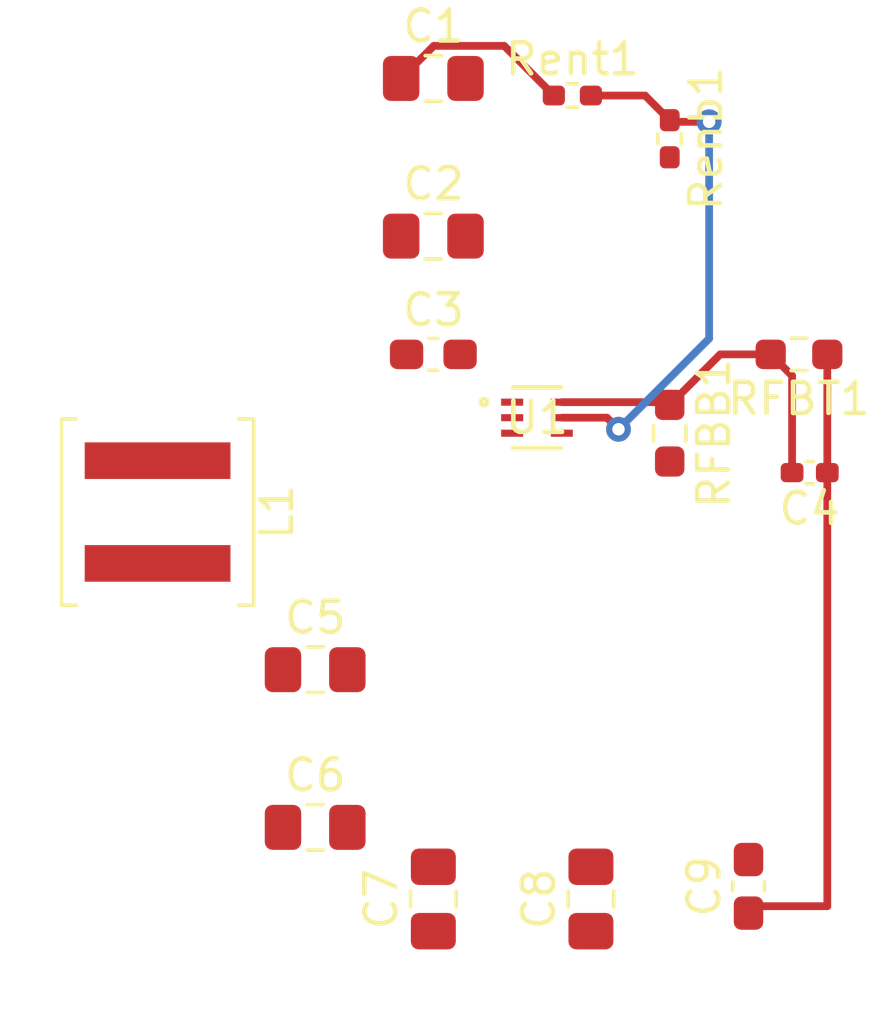
<source format=kicad_pcb>
(kicad_pcb (version 20221018) (generator pcbnew)
  (layers (0 "F.Cu" signal) (31 "B.Cu" signal) (34 "B.Paste" user) (35 "F.Paste" user) (36 "B.SilkS" user "B.Silkscreen") (37 "F.SilkS" user "F.Silkscreen") (38 "B.Mask" user) (39 "F.Mask" user) (44 "Edge.Cuts" user))
  (net 0 "")
  (net 1 "Net-(U1-VIN)")
  (net 2 "GND")
  (net 3 "Net-(C4-Pad1)")
  (net 4 "Net-(U1-FB)")
  (net 5 "Net-(U1-SW)")
  (net 6 "Net-(U1-EN)")
  (footprint "Capacitor_SMD:C_0603_1608Metric_Pad1.08x0.95mm_HandSolder" (layer "F.Cu") (at 123.19 100.96 90)
    (fp_text reference "C9" (at 0 -1.43 90) (layer "F.SilkS"))
    (fp_text value "100n")
    (fp_line (start -0.146267 -0.51) (end 0.146267 -0.51) (stroke (width 0.12)) (layer "F.SilkS"))
    (fp_line (start -0.146267 0.51) (end 0.146267 0.51) (stroke (width 0.12)) (layer "F.SilkS"))
    (pad "1" smd roundrect (at -0.8625 0 90) (size 1.075 0.95) (layers "F.Cu" "F.Paste" "F.Mask") (net 3 "Net-(C4-Pad1)"))
    (pad "2" smd roundrect (at 0.8625 0 90) (size 1.075 0.95) (layers "F.Cu" "F.Paste" "F.Mask") (net 2 "GND"))
  )
  (footprint "Resistor_SMD:R_0402_1005Metric_Pad0.72x0.64mm_HandSolder" (layer "F.Cu") (at 120.65 76.8725 -90)
    (fp_text reference "Renb1" (at 0 -1.17 90) (layer "F.SilkS"))
    (fp_text value "12.4k")
    (fp_line (start -0.167621 -0.38) (end 0.167621 -0.38) (stroke (width 0.12)) (layer "F.SilkS"))
    (fp_line (start -0.167621 0.38) (end 0.167621 0.38) (stroke (width 0.12)) (layer "F.SilkS"))
    (pad "1" smd roundrect (at -0.5975 0 270) (size 0.715 0.64) (layers "F.Cu" "F.Paste" "F.Mask") (net 6 "Net-(U1-EN)"))
    (pad "2" smd roundrect (at 0.5975 0 270) (size 0.715 0.64) (layers "F.Cu" "F.Paste" "F.Mask") (net 2 "GND"))
  )
  (footprint "Capacitor_SMD:C_0603_1608Metric_Pad1.08x0.95mm_HandSolder" (layer "F.Cu") (at 113.03 83.82)
    (fp_text reference "C3" (at 0 -1.43) (layer "F.SilkS"))
    (fp_text value "100n")
    (fp_line (start -0.146267 -0.51) (end 0.146267 -0.51) (stroke (width 0.12)) (layer "F.SilkS"))
    (fp_line (start -0.146267 0.51) (end 0.146267 0.51) (stroke (width 0.12)) (layer "F.SilkS"))
    (pad "1" smd roundrect (at -0.8625 0) (size 1.075 0.95) (layers "F.Cu" "F.Paste" "F.Mask") (net 1 "Net-(U1-VIN)"))
    (pad "2" smd roundrect (at 0.8625 0) (size 1.075 0.95) (layers "F.Cu" "F.Paste" "F.Mask") (net 2 "GND"))
  )
  (footprint "Capacitor_SMD:C_0805_2012Metric_Pad1.18x1.45mm_HandSolder" (layer "F.Cu") (at 109.22 93.98)
    (fp_text reference "C5" (at 0 -1.68) (layer "F.SilkS"))
    (fp_text value "22u")
    (fp_line (start -0.261252 -0.735) (end 0.261252 -0.735) (stroke (width 0.12)) (layer "F.SilkS"))
    (fp_line (start -0.261252 0.735) (end 0.261252 0.735) (stroke (width 0.12)) (layer "F.SilkS"))
    (pad "1" smd roundrect (at -1.0375 0) (size 1.175 1.45) (layers "F.Cu" "F.Paste" "F.Mask") (roundrect_rratio 0.212766) (net 3 "Net-(C4-Pad1)"))
    (pad "2" smd roundrect (at 1.0375 0) (size 1.175 1.45) (layers "F.Cu" "F.Paste" "F.Mask") (roundrect_rratio 0.212766) (net 2 "GND"))
  )
  (footprint "Capacitor_SMD:C_0805_2012Metric_Pad1.18x1.45mm_HandSolder" (layer "F.Cu") (at 113.03 74.93)
    (fp_text reference "C1" (at 0 -1.68) (layer "F.SilkS"))
    (fp_text value "10u")
    (fp_line (start -0.261252 -0.735) (end 0.261252 -0.735) (stroke (width 0.12)) (layer "F.SilkS"))
    (fp_line (start -0.261252 0.735) (end 0.261252 0.735) (stroke (width 0.12)) (layer "F.SilkS"))
    (pad "1" smd roundrect (at -1.0375 0) (size 1.175 1.45) (layers "F.Cu" "F.Paste" "F.Mask") (roundrect_rratio 0.212766) (net 1 "Net-(U1-VIN)"))
    (pad "2" smd roundrect (at 1.0375 0) (size 1.175 1.45) (layers "F.Cu" "F.Paste" "F.Mask") (roundrect_rratio 0.212766) (net 2 "GND"))
  )
  (footprint "Capacitor_SMD:C_0805_2012Metric_Pad1.18x1.45mm_HandSolder" (layer "F.Cu") (at 113.03 80.01)
    (fp_text reference "C2" (at 0 -1.68) (layer "F.SilkS"))
    (fp_text value "10u")
    (fp_line (start -0.261252 -0.735) (end 0.261252 -0.735) (stroke (width 0.12)) (layer "F.SilkS"))
    (fp_line (start -0.261252 0.735) (end 0.261252 0.735) (stroke (width 0.12)) (layer "F.SilkS"))
    (pad "1" smd roundrect (at -1.0375 0) (size 1.175 1.45) (layers "F.Cu" "F.Paste" "F.Mask") (roundrect_rratio 0.212766) (net 1 "Net-(U1-VIN)"))
    (pad "2" smd roundrect (at 1.0375 0) (size 1.175 1.45) (layers "F.Cu" "F.Paste" "F.Mask") (roundrect_rratio 0.212766) (net 2 "GND"))
  )
  (footprint "CustomLibrary:SOT6_DRL_TEX" (layer "F.Cu") (at 116.3701 85.859874)
    (fp_text reference "U1" (at 0 0 unlocked) (layer "F.SilkS"))
    (fp_text value "XTPS566242DRLR")
    (fp_line (start -0.7747 0.9779) (end 0.7747 0.9779) (stroke (width 0.1524)) (layer "F.SilkS"))
    (fp_line (start 0.7747 -0.9779) (end -0.7747 -0.9779) (stroke (width 0.1524)) (layer "F.SilkS"))
    (fp_circle (center -1.706626 -0.500126) (end -1.605026 -0.500126) (stroke (width 0.1524)) (fill none) (layer "F.SilkS"))
    (pad "1" smd rect (at -0.8001 -0.500126) (size 0.7112 0.2286) (layers "F.Cu" "F.Paste" "F.Mask") (net 1 "Net-(U1-VIN)"))
    (pad "2" smd rect (at -0.8001 0) (size 0.7112 0.2286) (layers "F.Cu" "F.Paste" "F.Mask") (net 5 "Net-(U1-SW)"))
    (pad "3" smd rect (at -0.8001 0.500126) (size 0.7112 0.2286) (layers "F.Cu" "F.Paste" "F.Mask") (net 2 "GND"))
    (pad "4" smd rect (at 0.8001 0.500126) (size 0.7112 0.2286) (layers "F.Cu" "F.Paste" "F.Mask") (net 2 "GND"))
    (pad "5" smd rect (at 0.8001 0) (size 0.7112 0.2286) (layers "F.Cu" "F.Paste" "F.Mask") (net 6 "Net-(U1-EN)"))
    (pad "6" smd rect (at 0.8001 -0.500126) (size 0.7112 0.2286) (layers "F.Cu" "F.Paste" "F.Mask") (net 4 "Net-(U1-FB)"))
  )
  (footprint "Inductor_SMD:L_Coilcraft_XAL5030-XXX" (layer "F.Cu") (at 104.14 88.9 -90)
    (fp_text reference "L1" (at 0 -3.84 90) (layer "F.SilkS"))
    (fp_text value "2.2u")
    (fp_line (start -3 -3.1) (end -3 -2.61) (stroke (width 0.12)) (layer "F.SilkS"))
    (fp_line (start -3 -3.1) (end 3 -3.1) (stroke (width 0.12)) (layer "F.SilkS"))
    (fp_line (start -3 3.1) (end -3 2.61) (stroke (width 0.12)) (layer "F.SilkS"))
    (fp_line (start -3 3.1) (end 3 3.1) (stroke (width 0.12)) (layer "F.SilkS"))
    (fp_line (start 3 -3.1) (end 3 -2.61) (stroke (width 0.12)) (layer "F.SilkS"))
    (fp_line (start 3 3.1) (end 3 2.61) (stroke (width 0.12)) (layer "F.SilkS"))
    (pad "1" smd rect (at -1.655 0 270) (size 1.18 4.7) (layers "F.Cu" "F.Paste" "F.Mask") (net 5 "Net-(U1-SW)"))
    (pad "2" smd rect (at 1.655 0 270) (size 1.18 4.7) (layers "F.Cu" "F.Paste" "F.Mask") (net 3 "Net-(C4-Pad1)"))
  )
  (footprint "Capacitor_SMD:C_0402_1005Metric_Pad0.74x0.62mm_HandSolder" (layer "F.Cu") (at 125.1625 87.63 180)
    (fp_text reference "C4" (at 0 -1.16) (layer "F.SilkS"))
    (fp_text value "33p")
    (fp_line (start -0.115835 -0.36) (end 0.115835 -0.36) (stroke (width 0.12)) (layer "F.SilkS"))
    (fp_line (start -0.115835 0.36) (end 0.115835 0.36) (stroke (width 0.12)) (layer "F.SilkS"))
    (pad "1" smd roundrect (at -0.5675 0 180) (size 0.735 0.62) (layers "F.Cu" "F.Paste" "F.Mask") (net 3 "Net-(C4-Pad1)"))
    (pad "2" smd roundrect (at 0.5675 0 180) (size 0.735 0.62) (layers "F.Cu" "F.Paste" "F.Mask") (net 4 "Net-(U1-FB)"))
  )
  (footprint "Capacitor_SMD:C_0805_2012Metric_Pad1.18x1.45mm_HandSolder" (layer "F.Cu") (at 109.22 99.06)
    (fp_text reference "C6" (at 0 -1.68) (layer "F.SilkS"))
    (fp_text value "22u")
    (fp_line (start -0.261252 -0.735) (end 0.261252 -0.735) (stroke (width 0.12)) (layer "F.SilkS"))
    (fp_line (start -0.261252 0.735) (end 0.261252 0.735) (stroke (width 0.12)) (layer "F.SilkS"))
    (pad "1" smd roundrect (at -1.0375 0) (size 1.175 1.45) (layers "F.Cu" "F.Paste" "F.Mask") (roundrect_rratio 0.212766) (net 3 "Net-(C4-Pad1)"))
    (pad "2" smd roundrect (at 1.0375 0) (size 1.175 1.45) (layers "F.Cu" "F.Paste" "F.Mask") (roundrect_rratio 0.212766) (net 2 "GND"))
  )
  (footprint "Resistor_SMD:R_0603_1608Metric_Pad0.98x0.95mm_HandSolder" (layer "F.Cu") (at 124.8175 83.82 180)
    (fp_text reference "RFBT1" (at 0 -1.43) (layer "F.SilkS"))
    (fp_text value "220k")
    (fp_line (start -0.254724 -0.5225) (end 0.254724 -0.5225) (stroke (width 0.12)) (layer "F.SilkS"))
    (fp_line (start -0.254724 0.5225) (end 0.254724 0.5225) (stroke (width 0.12)) (layer "F.SilkS"))
    (pad "1" smd roundrect (at -0.9125 0 180) (size 0.975 0.95) (layers "F.Cu" "F.Paste" "F.Mask") (net 3 "Net-(C4-Pad1)"))
    (pad "2" smd roundrect (at 0.9125 0 180) (size 0.975 0.95) (layers "F.Cu" "F.Paste" "F.Mask") (net 4 "Net-(U1-FB)"))
  )
  (footprint "Capacitor_SMD:C_0805_2012Metric_Pad1.18x1.45mm_HandSolder" (layer "F.Cu") (at 113.03 101.3675 90)
    (fp_text reference "C7" (at 0 -1.68 90) (layer "F.SilkS"))
    (fp_text value "22u")
    (fp_line (start -0.261252 -0.735) (end 0.261252 -0.735) (stroke (width 0.12)) (layer "F.SilkS"))
    (fp_line (start -0.261252 0.735) (end 0.261252 0.735) (stroke (width 0.12)) (layer "F.SilkS"))
    (pad "1" smd roundrect (at -1.0375 0 90) (size 1.175 1.45) (layers "F.Cu" "F.Paste" "F.Mask") (roundrect_rratio 0.212766) (net 3 "Net-(C4-Pad1)"))
    (pad "2" smd roundrect (at 1.0375 0 90) (size 1.175 1.45) (layers "F.Cu" "F.Paste" "F.Mask") (roundrect_rratio 0.212766) (net 2 "GND"))
  )
  (footprint "Resistor_SMD:R_0402_1005Metric_Pad0.72x0.64mm_HandSolder" (layer "F.Cu") (at 117.5125 75.48)
    (fp_text reference "Rent1" (at 0 -1.17) (layer "F.SilkS"))
    (fp_text value "100k")
    (fp_line (start -0.167621 -0.38) (end 0.167621 -0.38) (stroke (width 0.12)) (layer "F.SilkS"))
    (fp_line (start -0.167621 0.38) (end 0.167621 0.38) (stroke (width 0.12)) (layer "F.SilkS"))
    (pad "1" smd roundrect (at -0.5975 0) (size 0.715 0.64) (layers "F.Cu" "F.Paste" "F.Mask") (net 1 "Net-(U1-VIN)"))
    (pad "2" smd roundrect (at 0.5975 0) (size 0.715 0.64) (layers "F.Cu" "F.Paste" "F.Mask") (net 6 "Net-(U1-EN)"))
  )
  (footprint "Capacitor_SMD:C_0805_2012Metric_Pad1.18x1.45mm_HandSolder" (layer "F.Cu") (at 118.11 101.3675 90)
    (fp_text reference "C8" (at 0 -1.68 90) (layer "F.SilkS"))
    (fp_text value "22u")
    (fp_line (start -0.261252 -0.735) (end 0.261252 -0.735) (stroke (width 0.12)) (layer "F.SilkS"))
    (fp_line (start -0.261252 0.735) (end 0.261252 0.735) (stroke (width 0.12)) (layer "F.SilkS"))
    (pad "1" smd roundrect (at -1.0375 0 90) (size 1.175 1.45) (layers "F.Cu" "F.Paste" "F.Mask") (roundrect_rratio 0.212766) (net 3 "Net-(C4-Pad1)"))
    (pad "2" smd roundrect (at 1.0375 0 90) (size 1.175 1.45) (layers "F.Cu" "F.Paste" "F.Mask") (roundrect_rratio 0.212766) (net 2 "GND"))
  )
  (footprint "Resistor_SMD:R_0603_1608Metric_Pad0.98x0.95mm_HandSolder" (layer "F.Cu") (at 120.65 86.36 -90)
    (fp_text reference "RFBB1" (at 0 -1.43 90) (layer "F.SilkS"))
    (fp_text value "30k")
    (fp_line (start -0.254724 -0.5225) (end 0.254724 -0.5225) (stroke (width 0.12)) (layer "F.SilkS"))
    (fp_line (start -0.254724 0.5225) (end 0.254724 0.5225) (stroke (width 0.12)) (layer "F.SilkS"))
    (pad "1" smd roundrect (at -0.9125 0 270) (size 0.975 0.95) (layers "F.Cu" "F.Paste" "F.Mask") (net 4 "Net-(U1-FB)"))
    (pad "2" smd roundrect (at 0.9125 0 270) (size 0.975 0.95) (layers "F.Cu" "F.Paste" "F.Mask") (net 2 "GND"))
  )
  (segment (start 113.0425 73.88) (end 115.315 73.88) (width 0.25) (layer "F.Cu") (net 1))
  (segment (start 111.9925 74.93) (end 113.0425 73.88) (width 0.25) (layer "F.Cu") (net 1))
  (segment (start 115.315 73.88) (end 116.915 75.48) (width 0.25) (layer "F.Cu") (net 1))
  (segment (start 123.4125 101.6) (end 123.19 101.8225) (width 0.25) (layer "F.Cu") (net 3))
  (segment (start 125.73 101.6) (end 123.4125 101.6) (width 0.25) (layer "F.Cu") (net 3))
  (segment (start 125.73 87.63) (end 125.73 101.6) (width 0.25) (layer "F.Cu") (net 3))
  (segment (start 125.73 87.63) (end 125.73 83.82) (width 0.25) (layer "F.Cu") (net 3))
  (segment (start 120.65 85.4475) (end 120.562248 85.359748) (width 0.25) (layer "F.Cu") (net 4))
  (segment (start 122.2775 83.82) (end 120.65 85.4475) (width 0.25) (layer "F.Cu") (net 4))
  (segment (start 124.595 84.51) (end 123.905 83.82) (width 0.25) (layer "F.Cu") (net 4))
  (segment (start 123.905 83.82) (end 122.2775 83.82) (width 0.25) (layer "F.Cu") (net 4))
  (segment (start 120.562248 85.359748) (end 117.1702 85.359748) (width 0.25) (layer "F.Cu") (net 4))
  (segment (start 124.595 87.63) (end 124.595 84.51) (width 0.25) (layer "F.Cu") (net 4))
  (segment (start 118.625874 85.859874) (end 118.999 86.233) (width 0.25) (layer "F.Cu") (net 6))
  (segment (start 118.11 75.48) (end 119.855 75.48) (width 0.25) (layer "F.Cu") (net 6))
  (segment (start 121.92 76.327) (end 120.702 76.327) (width 0.25) (layer "F.Cu") (net 6))
  (segment (start 117.1702 85.859874) (end 118.625874 85.859874) (width 0.25) (layer "F.Cu") (net 6))
  (segment (start 119.855 75.48) (end 120.65 76.275) (width 0.25) (layer "F.Cu") (net 6))
  (segment (start 120.702 76.327) (end 120.65 76.275) (width 0.25) (layer "F.Cu") (net 6))
  (via (at 121.92 76.327) (size 0.8) (drill 0.4) (layers "F.Cu" "B.Cu") (net 6))
  (via (at 118.999 86.233) (size 0.8) (drill 0.4) (layers "F.Cu" "B.Cu") (net 6))
  (segment (start 118.999 86.233) (end 121.92 83.312) (width 0.25) (layer "B.Cu") (net 6))
  (segment (start 121.92 83.312) (end 121.92 76.327) (width 0.25) (layer "B.Cu") (net 6))
)
</source>
